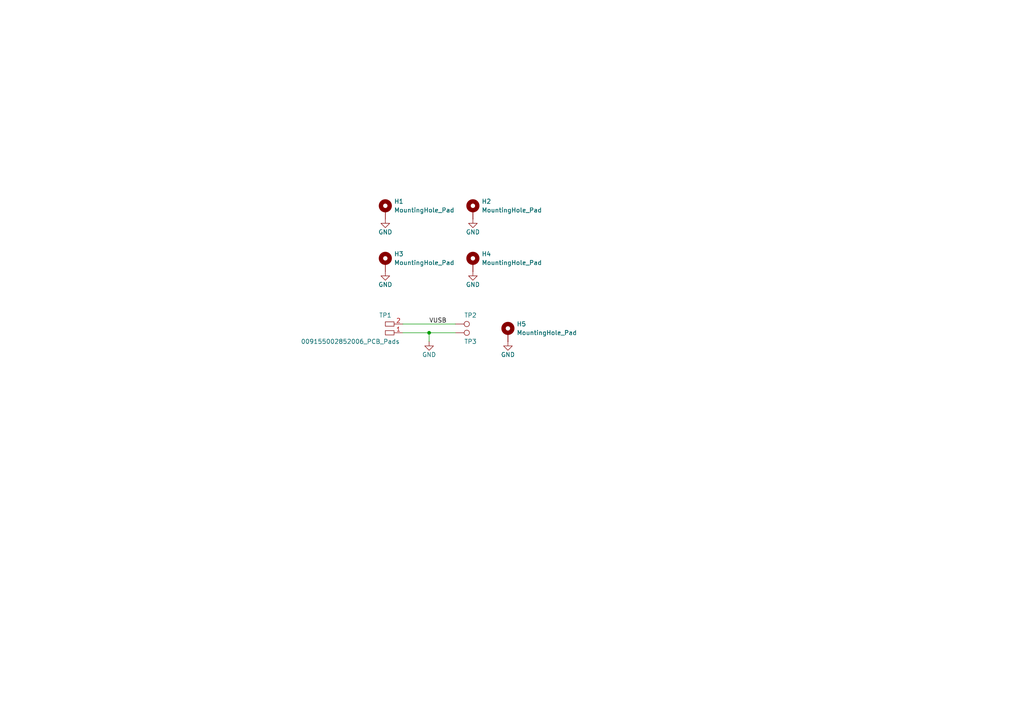
<source format=kicad_sch>
(kicad_sch (version 20241209) (generator "eeschema") (generator_version "9.0")
  (paper "A4")
  (lib_symbols
    (symbol "Connector:TestPoint" (pin_numbers (hide yes)) (pin_names (offset 0.762) (hide yes))
      (property "Reference" "TP" (at 0 6.858 0))
      (property "Value" "TestPoint" (at 0 5.08 0))
      (symbol "TestPoint_0_1"
        (circle (center 0 3.302) (radius 0.762))
      )
      (symbol "TestPoint_1_1"
        (pin passive line (at 0 0 90) (length 2.54) (name "1") (number "1"))
      )
    )
    (symbol "Mechanical:MountingHole_Pad" (pin_numbers (hide yes)) (pin_names (offset 1.016) (hide yes)) (exclude_from_sim yes) (in_bom no)
      (property "Reference" "H" (at 0 6.35 0))
      (property "Value" "MountingHole_Pad" (at 0 4.445 0))
      (symbol "MountingHole_Pad_0_1"
        (circle (center 0 1.27) (radius 1.27) (stroke (width 1.27)))
      )
      (symbol "MountingHole_Pad_1_1"
        (pin input line (at 0 -2.54 90) (length 2.54) (name "1") (number "1"))
      )
    )
    (symbol "ThunderScope:009155002852006_PCB_Pads" (in_bom no)
      (property "Reference" "TP" (at 3.81 2.54 0))
      (property "Value" "009155002852006_PCB_Pads" (at 3.556 -5.334 0))
      (symbol "009155002852006_PCB_Pads_1_1"
        (rectangle (start 2.54 0.635) (end 5.08 -0.635) (fill (type color)))
        (rectangle (start 2.54 -1.905) (end 5.08 -3.175) (fill (type color)))
        (pin passive line (at 0 0 0) (length 2.54) (name "") (number "1"))
        (pin passive line (at 0 -2.54 0) (length 2.54) (name "") (number "2"))
      )
    )
    (symbol "power:GND" (power) (pin_numbers (hide yes)) (pin_names (offset 0) (hide yes))
      (property "Value" "GND" (at 0 -3.81 0))
      (symbol "GND_0_1"
        (polyline (pts (xy 0 0) (xy 0 -1.27) (xy 1.27 -1.27) (xy 0 -2.54) (xy -1.27 -1.27) (xy 0 -1.27)))
      )
      (symbol "GND_1_1"
        (pin power_in line (at 0 0 270) (length 0) (name "~") (number "1"))
      )
    )
  )
  (junction (at 124.46 96.52))
  (wire (pts (xy 124.46 96.52) (xy 124.46 99.06)))
  (wire (pts (xy 116.84 96.52) (xy 124.46 96.52)))
  (wire (pts (xy 116.84 93.98) (xy 132.08 93.98)))
  (wire (pts (xy 124.46 96.52) (xy 132.08 96.52)))
  (label "VUSB" (at 124.46 93.98 0))
  (symbol (lib_id "Connector:TestPoint") (at 132.08 96.52 270) (unit 1)
    (property "Reference" "TP3" (at 134.62 99.06 90) (effects (justify left)))
    (property "Value" "TestPoint" (effects (hide yes)))
    (property "Footprint" "TestPoint:TestPoint_Pad_1.0x1.0mm" (effects (hide yes)))
    (property "Description" "test point" (effects (hide yes)))
  )
  (symbol (lib_id "power:GND") (at 147.32 99.06 0) (unit 1)
    (property "Reference" "#PWR06" (effects (hide yes)))
    (property "Value" "GND" (at 147.32 102.87 0))
    (property "Description" "Power symbol creates a global label with name \"GND\" , ground" (effects (hide yes)))
  )
  (symbol (lib_id "Mechanical:MountingHole_Pad") (at 111.76 60.96 0) (unit 1) (exclude_from_sim yes) (in_bom no)
    (property "Reference" "H1" (at 114.3 58.4199 0) (effects (justify left)))
    (property "Value" "MountingHole_Pad" (at 114.3 60.9599 0) (effects (justify left)))
    (property "Footprint" "ThunderScope:Mounting_Hole_#6" (effects (hide yes)))
    (property "Description" "Mounting Hole with connection" (effects (hide yes)))
  )
  (symbol (lib_id "Connector:TestPoint") (at 132.08 93.98 270) (unit 1)
    (property "Reference" "TP2" (at 134.62 91.44 90) (effects (justify left)))
    (property "Value" "TestPoint" (effects (hide yes)))
    (property "Footprint" "TestPoint:TestPoint_Pad_1.0x1.0mm" (effects (hide yes)))
    (property "Description" "test point" (effects (hide yes)))
  )
  (symbol (lib_id "power:GND") (at 124.46 99.06 0) (unit 1)
    (property "Reference" "#PWR05" (effects (hide yes)))
    (property "Value" "GND" (at 124.46 102.87 0))
    (property "Description" "Power symbol creates a global label with name \"GND\" , ground" (effects (hide yes)))
  )
  (symbol (lib_id "Mechanical:MountingHole_Pad") (at 137.16 60.96 0) (unit 1) (exclude_from_sim yes) (in_bom no)
    (property "Reference" "H2" (at 139.7 58.4199 0) (effects (justify left)))
    (property "Value" "MountingHole_Pad" (at 139.7 60.9599 0) (effects (justify left)))
    (property "Footprint" "ThunderScope:Mounting_Hole_#6" (effects (hide yes)))
    (property "Description" "Mounting Hole with connection" (effects (hide yes)))
  )
  (symbol (lib_id "power:GND") (at 111.76 63.5 0) (unit 1)
    (property "Reference" "#PWR03" (effects (hide yes)))
    (property "Value" "GND" (at 111.76 67.31 0))
    (property "Description" "Power symbol creates a global label with name \"GND\" , ground" (effects (hide yes)))
  )
  (symbol (lib_id "power:GND") (at 111.76 78.74 0) (unit 1)
    (property "Reference" "#PWR01" (effects (hide yes)))
    (property "Value" "GND" (at 111.76 82.55 0))
    (property "Description" "Power symbol creates a global label with name \"GND\" , ground" (effects (hide yes)))
  )
  (symbol (lib_id "Mechanical:MountingHole_Pad") (at 111.76 76.2 0) (unit 1) (exclude_from_sim yes) (in_bom no)
    (property "Reference" "H3" (at 114.3 73.6599 0) (effects (justify left)))
    (property "Value" "MountingHole_Pad" (at 114.3 76.1999 0) (effects (justify left)))
    (property "Footprint" "ThunderScope:Mounting_Hole_#6" (effects (hide yes)))
    (property "Description" "Mounting Hole with connection" (effects (hide yes)))
  )
  (symbol (lib_id "power:GND") (at 137.16 78.74 0) (unit 1)
    (property "Reference" "#PWR02" (effects (hide yes)))
    (property "Value" "GND" (at 137.16 82.55 0))
    (property "Description" "Power symbol creates a global label with name \"GND\" , ground" (effects (hide yes)))
  )
  (symbol (lib_id "ThunderScope:009155002852006_PCB_Pads") (at 116.84 96.52 180) (unit 1) (in_bom no)
    (property "Reference" "TP1" (at 111.76 91.44 0))
    (property "Value" "009155002852006_PCB_Pads" (at 101.6 99.06 0))
    (property "Footprint" "ThunderScope:009155002852006_PCB_Pads" (effects (hide yes)))
  )
  (symbol (lib_id "Mechanical:MountingHole_Pad") (at 147.32 96.52 0) (unit 1) (exclude_from_sim yes) (in_bom no)
    (property "Reference" "H5" (at 149.86 93.9799 0) (effects (justify left)))
    (property "Value" "MountingHole_Pad" (at 149.86 96.5199 0) (effects (justify left)))
    (property "Footprint" "ThunderScope:7792_PCB_Pads" (effects (hide yes)))
    (property "Description" "Mounting Hole with connection" (effects (hide yes)))
  )
  (symbol (lib_id "Mechanical:MountingHole_Pad") (at 137.16 76.2 0) (unit 1) (exclude_from_sim yes) (in_bom no)
    (property "Reference" "H4" (at 139.7 73.6599 0) (effects (justify left)))
    (property "Value" "MountingHole_Pad" (at 139.7 76.1999 0) (effects (justify left)))
    (property "Footprint" "ThunderScope:Mounting_Hole_#6" (effects (hide yes)))
    (property "Description" "Mounting Hole with connection" (effects (hide yes)))
  )
  (symbol (lib_id "power:GND") (at 137.16 63.5 0) (unit 1)
    (property "Reference" "#PWR04" (effects (hide yes)))
    (property "Value" "GND" (at 137.16 67.31 0))
    (property "Description" "Power symbol creates a global label with name \"GND\" , ground" (effects (hide yes)))
  )
)
</source>
